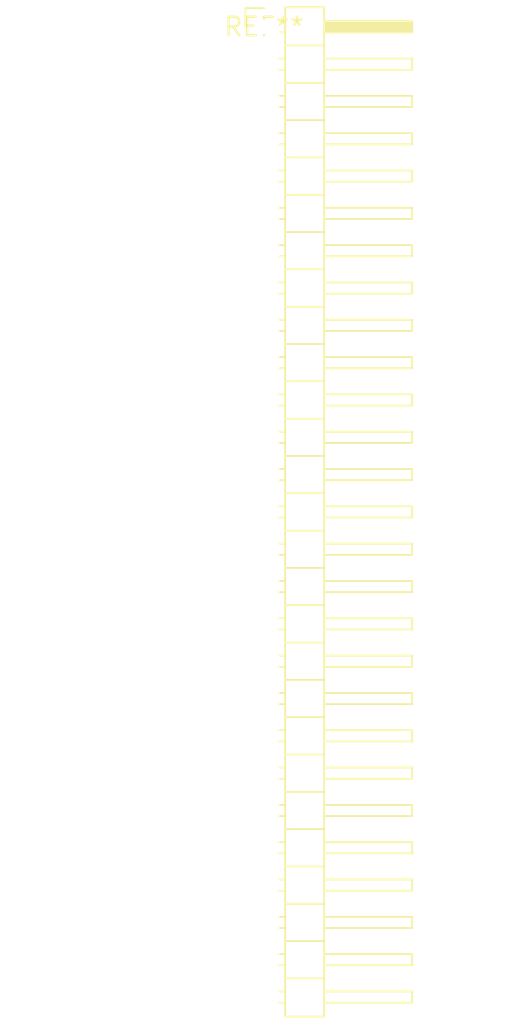
<source format=kicad_pcb>
(kicad_pcb (version 20240108) (generator pcbnew)
  (layers (0 "F.Cu" signal) (31 "B.Cu" signal) (34 "B.Paste" user) (35 "F.Paste" user) (36 "B.SilkS" user "B.Silkscreen") (37 "F.SilkS" user "F.Silkscreen") (38 "B.Mask" user) (39 "F.Mask" user) (44 "Edge.Cuts" user))
  (net 0 "")
  (footprint "PinHeader_1x27_P2.54mm_Horizontal" (layer "F.Cu") (at 0 0)
    (property "Reference" "REF**")
    (property "Value" "PinHeader_1x27_P2.54mm_Horizontal")
    (fp_line (start -1.27 -1.27) (end 0 -1.27) (layer "F.SilkS") (stroke (width 0.12)))
    (fp_line (start -1.27 0) (end -1.27 -1.27) (layer "F.SilkS") (stroke (width 0.12)))
    (fp_line (start 1.042929 2.16) (end 1.44 2.16) (layer "F.SilkS") (stroke (width 0.12)))
    (fp_line (start 1.042929 2.92) (end 1.44 2.92) (layer "F.SilkS") (stroke (width 0.12)))
    (fp_line (start 1.042929 4.7) (end 1.44 4.7) (layer "F.SilkS") (stroke (width 0.12)))
    (fp_line (start 1.042929 5.46) (end 1.44 5.46) (layer "F.SilkS") (stroke (width 0.12)))
    (fp_line (start 1.042929 7.24) (end 1.44 7.24) (layer "F.SilkS") (stroke (width 0.12)))
    (fp_line (start 1.042929 8) (end 1.44 8) (layer "F.SilkS") (stroke (width 0.12)))
    (fp_line (start 1.042929 9.78) (end 1.44 9.78) (layer "F.SilkS") (stroke (width 0.12)))
    (fp_line (start 1.042929 10.54) (end 1.44 10.54) (layer "F.SilkS") (stroke (width 0.12)))
    (fp_line (start 1.042929 12.32) (end 1.44 12.32) (layer "F.SilkS") (stroke (width 0.12)))
    (fp_line (start 1.042929 13.08) (end 1.44 13.08) (layer "F.SilkS") (stroke (width 0.12)))
    (fp_line (start 1.042929 14.86) (end 1.44 14.86) (layer "F.SilkS") (stroke (width 0.12)))
    (fp_line (start 1.042929 15.62) (end 1.44 15.62) (layer "F.SilkS") (stroke (width 0.12)))
    (fp_line (start 1.042929 17.4) (end 1.44 17.4) (layer "F.SilkS") (stroke (width 0.12)))
    (fp_line (start 1.042929 18.16) (end 1.44 18.16) (layer "F.SilkS") (stroke (width 0.12)))
    (fp_line (start 1.042929 19.94) (end 1.44 19.94) (layer "F.SilkS") (stroke (width 0.12)))
    (fp_line (start 1.042929 20.7) (end 1.44 20.7) (layer "F.SilkS") (stroke (width 0.12)))
    (fp_line (start 1.042929 22.48) (end 1.44 22.48) (layer "F.SilkS") (stroke (width 0.12)))
    (fp_line (start 1.042929 23.24) (end 1.44 23.24) (layer "F.SilkS") (stroke (width 0.12)))
    (fp_line (start 1.042929 25.02) (end 1.44 25.02) (layer "F.SilkS") (stroke (width 0.12)))
    (fp_line (start 1.042929 25.78) (end 1.44 25.78) (layer "F.SilkS") (stroke (width 0.12)))
    (fp_line (start 1.042929 27.56) (end 1.44 27.56) (layer "F.SilkS") (stroke (width 0.12)))
    (fp_line (start 1.042929 28.32) (end 1.44 28.32) (layer "F.SilkS") (stroke (width 0.12)))
    (fp_line (start 1.042929 30.1) (end 1.44 30.1) (layer "F.SilkS") (stroke (width 0.12)))
    (fp_line (start 1.042929 30.86) (end 1.44 30.86) (layer "F.SilkS") (stroke (width 0.12)))
    (fp_line (start 1.042929 32.64) (end 1.44 32.64) (layer "F.SilkS") (stroke (width 0.12)))
    (fp_line (start 1.042929 33.4) (end 1.44 33.4) (layer "F.SilkS") (stroke (width 0.12)))
    (fp_line (start 1.042929 35.18) (end 1.44 35.18) (layer "F.SilkS") (stroke (width 0.12)))
    (fp_line (start 1.042929 35.94) (end 1.44 35.94) (layer "F.SilkS") (stroke (width 0.12)))
    (fp_line (start 1.042929 37.72) (end 1.44 37.72) (layer "F.SilkS") (stroke (width 0.12)))
    (fp_line (start 1.042929 38.48) (end 1.44 38.48) (layer "F.SilkS") (stroke (width 0.12)))
    (fp_line (start 1.042929 40.26) (end 1.44 40.26) (layer "F.SilkS") (stroke (width 0.12)))
    (fp_line (start 1.042929 41.02) (end 1.44 41.02) (layer "F.SilkS") (stroke (width 0.12)))
    (fp_line (start 1.042929 42.8) (end 1.44 42.8) (layer "F.SilkS") (stroke (width 0.12)))
    (fp_line (start 1.042929 43.56) (end 1.44 43.56) (layer "F.SilkS") (stroke (width 0.12)))
    (fp_line (start 1.042929 45.34) (end 1.44 45.34) (layer "F.SilkS") (stroke (width 0.12)))
    (fp_line (start 1.042929 46.1) (end 1.44 46.1) (layer "F.SilkS") (stroke (width 0.12)))
    (fp_line (start 1.042929 47.88) (end 1.44 47.88) (layer "F.SilkS") (stroke (width 0.12)))
    (fp_line (start 1.042929 48.64) (end 1.44 48.64) (layer "F.SilkS") (stroke (width 0.12)))
    (fp_line (start 1.042929 50.42) (end 1.44 50.42) (layer "F.SilkS") (stroke (width 0.12)))
    (fp_line (start 1.042929 51.18) (end 1.44 51.18) (layer "F.SilkS") (stroke (width 0.12)))
    (fp_line (start 1.042929 52.96) (end 1.44 52.96) (layer "F.SilkS") (stroke (width 0.12)))
    (fp_line (start 1.042929 53.72) (end 1.44 53.72) (layer "F.SilkS") (stroke (width 0.12)))
    (fp_line (start 1.042929 55.5) (end 1.44 55.5) (layer "F.SilkS") (stroke (width 0.12)))
    (fp_line (start 1.042929 56.26) (end 1.44 56.26) (layer "F.SilkS") (stroke (width 0.12)))
    (fp_line (start 1.042929 58.04) (end 1.44 58.04) (layer "F.SilkS") (stroke (width 0.12)))
    (fp_line (start 1.042929 58.8) (end 1.44 58.8) (layer "F.SilkS") (stroke (width 0.12)))
    (fp_line (start 1.042929 60.58) (end 1.44 60.58) (layer "F.SilkS") (stroke (width 0.12)))
    (fp_line (start 1.042929 61.34) (end 1.44 61.34) (layer "F.SilkS") (stroke (width 0.12)))
    (fp_line (start 1.042929 63.12) (end 1.44 63.12) (layer "F.SilkS") (stroke (width 0.12)))
    (fp_line (start 1.042929 63.88) (end 1.44 63.88) (layer "F.SilkS") (stroke (width 0.12)))
    (fp_line (start 1.042929 65.66) (end 1.44 65.66) (layer "F.SilkS") (stroke (width 0.12)))
    (fp_line (start 1.042929 66.42) (end 1.44 66.42) (layer "F.SilkS") (stroke (width 0.12)))
    (fp_line (start 1.11 -0.38) (end 1.44 -0.38) (layer "F.SilkS") (stroke (width 0.12)))
    (fp_line (start 1.11 0.38) (end 1.44 0.38) (layer "F.SilkS") (stroke (width 0.12)))
    (fp_line (start 1.44 -1.33) (end 1.44 67.37) (layer "F.SilkS") (stroke (width 0.12)))
    (fp_line (start 1.44 1.27) (end 4.1 1.27) (layer "F.SilkS") (stroke (width 0.12)))
    (fp_line (start 1.44 3.81) (end 4.1 3.81) (layer "F.SilkS") (stroke (width 0.12)))
    (fp_line (start 1.44 6.35) (end 4.1 6.35) (layer "F.SilkS") (stroke (width 0.12)))
    (fp_line (start 1.44 8.89) (end 4.1 8.89) (layer "F.SilkS") (stroke (width 0.12)))
    (fp_line (start 1.44 11.43) (end 4.1 11.43) (layer "F.SilkS") (stroke (width 0.12)))
    (fp_line (start 1.44 13.97) (end 4.1 13.97) (layer "F.SilkS") (stroke (width 0.12)))
    (fp_line (start 1.44 16.51) (end 4.1 16.51) (layer "F.SilkS") (stroke (width 0.12)))
    (fp_line (start 1.44 19.05) (end 4.1 19.05) (layer "F.SilkS") (stroke (width 0.12)))
    (fp_line (start 1.44 21.59) (end 4.1 21.59) (layer "F.SilkS") (stroke (width 0.12)))
    (fp_line (start 1.44 24.13) (end 4.1 24.13) (layer "F.SilkS") (stroke (width 0.12)))
    (fp_line (start 1.44 26.67) (end 4.1 26.67) (layer "F.SilkS") (stroke (width 0.12)))
    (fp_line (start 1.44 29.21) (end 4.1 29.21) (layer "F.SilkS") (stroke (width 0.12)))
    (fp_line (start 1.44 31.75) (end 4.1 31.75) (layer "F.SilkS") (stroke (width 0.12)))
    (fp_line (start 1.44 34.29) (end 4.1 34.29) (layer "F.SilkS") (stroke (width 0.12)))
    (fp_line (start 1.44 36.83) (end 4.1 36.83) (layer "F.SilkS") (stroke (width 0.12)))
    (fp_line (start 1.44 39.37) (end 4.1 39.37) (layer "F.SilkS") (stroke (width 0.12)))
    (fp_line (start 1.44 41.91) (end 4.1 41.91) (layer "F.SilkS") (stroke (width 0.12)))
    (fp_line (start 1.44 44.45) (end 4.1 44.45) (layer "F.SilkS") (stroke (width 0.12)))
    (fp_line (start 1.44 46.99) (end 4.1 46.99) (layer "F.SilkS") (stroke (width 0.12)))
    (fp_line (start 1.44 49.53) (end 4.1 49.53) (layer "F.SilkS") (stroke (width 0.12)))
    (fp_line (start 1.44 52.07) (end 4.1 52.07) (layer "F.SilkS") (stroke (width 0.12)))
    (fp_line (start 1.44 54.61) (end 4.1 54.61) (layer "F.SilkS") (stroke (width 0.12)))
    (fp_line (start 1.44 57.15) (end 4.1 57.15) (layer "F.SilkS") (stroke (width 0.12)))
    (fp_line (start 1.44 59.69) (end 4.1 59.69) (layer "F.SilkS") (stroke (width 0.12)))
    (fp_line (start 1.44 62.23) (end 4.1 62.23) (layer "F.SilkS") (stroke (width 0.12)))
    (fp_line (start 1.44 64.77) (end 4.1 64.77) (layer "F.SilkS") (stroke (width 0.12)))
    (fp_line (start 1.44 67.37) (end 4.1 67.37) (layer "F.SilkS") (stroke (width 0.12)))
    (fp_line (start 4.1 -1.33) (end 1.44 -1.33) (layer "F.SilkS") (stroke (width 0.12)))
    (fp_line (start 4.1 -0.38) (end 10.1 -0.38) (layer "F.SilkS") (stroke (width 0.12)))
    (fp_line (start 4.1 -0.32) (end 10.1 -0.32) (layer "F.SilkS") (stroke (width 0.12)))
    (fp_line (start 4.1 -0.2) (end 10.1 -0.2) (layer "F.SilkS") (stroke (width 0.12)))
    (fp_line (start 4.1 -0.08) (end 10.1 -0.08) (layer "F.SilkS") (stroke (width 0.12)))
    (fp_line (start 4.1 0.04) (end 10.1 0.04) (layer "F.SilkS") (stroke (width 0.12)))
    (fp_line (start 4.1 0.16) (end 10.1 0.16) (layer "F.SilkS") (stroke (width 0.12)))
    (fp_line (start 4.1 0.28) (end 10.1 0.28) (layer "F.SilkS") (stroke (width 0.12)))
    (fp_line (start 4.1 2.16) (end 10.1 2.16) (layer "F.SilkS") (stroke (width 0.12)))
    (fp_line (start 4.1 4.7) (end 10.1 4.7) (layer "F.SilkS") (stroke (width 0.12)))
    (fp_line (start 4.1 7.24) (end 10.1 7.24) (layer "F.SilkS") (stroke (width 0.12)))
    (fp_line (start 4.1 9.78) (end 10.1 9.78) (layer "F.SilkS") (stroke (width 0.12)))
    (fp_line (start 4.1 12.32) (end 10.1 12.32) (layer "F.SilkS") (stroke (width 0.12)))
    (fp_line (start 4.1 14.86) (end 10.1 14.86) (layer "F.SilkS") (stroke (width 0.12)))
    (fp_line (start 4.1 17.4) (end 10.1 17.4) (layer "F.SilkS") (stroke (width 0.12)))
    (fp_line (start 4.1 19.94) (end 10.1 19.94) (layer "F.SilkS") (stroke (width 0.12)))
    (fp_line (start 4.1 22.48) (end 10.1 22.48) (layer "F.SilkS") (stroke (width 0.12)))
    (fp_line (start 4.1 25.02) (end 10.1 25.02) (layer "F.SilkS") (stroke (width 0.12)))
    (fp_line (start 4.1 27.56) (end 10.1 27.56) (layer "F.SilkS") (stroke (width 0.12)))
    (fp_line (start 4.1 30.1) (end 10.1 30.1) (layer "F.SilkS") (stroke (width 0.12)))
    (fp_line (start 4.1 32.64) (end 10.1 32.64) (layer "F.SilkS") (stroke (width 0.12)))
    (fp_line (start 4.1 35.18) (end 10.1 35.18) (layer "F.SilkS") (stroke (width 0.12)))
    (fp_line (start 4.1 37.72) (end 10.1 37.72) (layer "F.SilkS") (stroke (width 0.12)))
    (fp_line (start 4.1 40.26) (end 10.1 40.26) (layer "F.SilkS") (stroke (width 0.12)))
    (fp_line (start 4.1 42.8) (end 10.1 42.8) (layer "F.SilkS") (stroke (width 0.12)))
    (fp_line (start 4.1 45.34) (end 10.1 45.34) (layer "F.SilkS") (stroke (width 0.12)))
    (fp_line (start 4.1 47.88) (end 10.1 47.88) (layer "F.SilkS") (stroke (width 0.12)))
    (fp_line (start 4.1 50.42) (end 10.1 50.42) (layer "F.SilkS") (stroke (width 0.12)))
    (fp_line (start 4.1 52.96) (end 10.1 52.96) (layer "F.SilkS") (stroke (width 0.12)))
    (fp_line (start 4.1 55.5) (end 10.1 55.5) (layer "F.SilkS") (stroke (width 0.12)))
    (fp_line (start 4.1 58.04) (end 10.1 58.04) (layer "F.SilkS") (stroke (width 0.12)))
    (fp_line (start 4.1 60.58) (end 10.1 60.58) (layer "F.SilkS") (stroke (width 0.12)))
    (fp_line (start 4.1 63.12) (end 10.1 63.12) (layer "F.SilkS") (stroke (width 0.12)))
    (fp_line (start 4.1 65.66) (end 10.1 65.66) (layer "F.SilkS") (stroke (width 0.12)))
    (fp_line (start 4.1 67.37) (end 4.1 -1.33) (layer "F.SilkS") (stroke (width 0.12)))
    (fp_line (start 10.1 -0.38) (end 10.1 0.38) (layer "F.SilkS") (stroke (width 0.12)))
    (fp_line (start 10.1 0.38) (end 4.1 0.38) (layer "F.SilkS") (stroke (width 0.12)))
    (fp_line (start 10.1 2.16) (end 10.1 2.92) (layer "F.SilkS") (stroke (width 0.12)))
    (fp_line (start 10.1 2.92) (end 4.1 2.92) (layer "F.SilkS") (stroke (width 0.12)))
    (fp_line (start 10.1 4.7) (end 10.1 5.46) (layer "F.SilkS") (stroke (width 0.12)))
    (fp_line (start 10.1 5.46) (end 4.1 5.46) (layer "F.SilkS") (stroke (width 0.12)))
    (fp_line (start 10.1 7.24) (end 10.1 8) (layer "F.SilkS") (stroke (width 0.12)))
    (fp_line (start 10.1 8) (end 4.1 8) (layer "F.SilkS") (stroke (width 0.12)))
    (fp_line (start 10.1 9.78) (end 10.1 10.54) (layer "F.SilkS") (stroke (width 0.12)))
    (fp_line (start 10.1 10.54) (end 4.1 10.54) (layer "F.SilkS") (stroke (width 0.12)))
    (fp_line (start 10.1 12.32) (end 10.1 13.08) (layer "F.SilkS") (stroke (width 0.12)))
    (fp_line (start 10.1 13.08) (end 4.1 13.08) (layer "F.SilkS") (stroke (width 0.12)))
    (fp_line (start 10.1 14.86) (end 10.1 15.62) (layer "F.SilkS") (stroke (width 0.12)))
    (fp_line (start 10.1 15.62) (end 4.1 15.62) (layer "F.SilkS") (stroke (width 0.12)))
    (fp_line (start 10.1 17.4) (end 10.1 18.16) (layer "F.SilkS") (stroke (width 0.12)))
    (fp_line (start 10.1 18.16) (end 4.1 18.16) (layer "F.SilkS") (stroke (width 0.12)))
    (fp_line (start 10.1 19.94) (end 10.1 20.7) (layer "F.SilkS") (stroke (width 0.12)))
    (fp_line (start 10.1 20.7) (end 4.1 20.7) (layer "F.SilkS") (stroke (width 0.12)))
    (fp_line (start 10.1 22.48) (end 10.1 23.24) (layer "F.SilkS") (stroke (width 0.12)))
    (fp_line (start 10.1 23.24) (end 4.1 23.24) (layer "F.SilkS") (stroke (width 0.12)))
    (fp_line (start 10.1 25.02) (end 10.1 25.78) (layer "F.SilkS") (stroke (width 0.12)))
    (fp_line (start 10.1 25.78) (end 4.1 25.78) (layer "F.SilkS") (stroke (width 0.12)))
    (fp_line (start 10.1 27.56) (end 10.1 28.32) (layer "F.SilkS") (stroke (width 0.12)))
    (fp_line (start 10.1 28.32) (end 4.1 28.32) (layer "F.SilkS") (stroke (width 0.12)))
    (fp_line (start 10.1 30.1) (end 10.1 30.86) (layer "F.SilkS") (stroke (width 0.12)))
    (fp_line (start 10.1 30.86) (end 4.1 30.86) (layer "F.SilkS") (stroke (width 0.12)))
    (fp_line (start 10.1 32.64) (end 10.1 33.4) (layer "F.SilkS") (stroke (width 0.12)))
    (fp_line (start 10.1 33.4) (end 4.1 33.4) (layer "F.SilkS") (stroke (width 0.12)))
    (fp_line (start 10.1 35.18) (end 10.1 35.94) (layer "F.SilkS") (stroke (width 0.12)))
    (fp_line (start 10.1 35.94) (end 4.1 35.94) (layer "F.SilkS") (stroke (width 0.12)))
    (fp_line (start 10.1 37.72) (end 10.1 38.48) (layer "F.SilkS") (stroke (width 0.12)))
    (fp_line (start 10.1 38.48) (end 4.1 38.48) (layer "F.SilkS") (stroke (width 0.12)))
    (fp_line (start 10.1 40.26) (end 10.1 41.02) (layer "F.SilkS") (stroke (width 0.12)))
    (fp_line (start 10.1 41.02) (end 4.1 41.02) (layer "F.SilkS") (stroke (width 0.12)))
    (fp_line (start 10.1 42.8) (end 10.1 43.56) (layer "F.SilkS") (stroke (width 0.12)))
    (fp_line (start 10.1 43.56) (end 4.1 43.56) (layer "F.SilkS") (stroke (width 0.12)))
    (fp_line (start 10.1 45.34) (end 10.1 46.1) (layer "F.SilkS") (stroke (width 0.12)))
    (fp_line (start 10.1 46.1) (end 4.1 46.1) (layer "F.SilkS") (stroke (width 0.12)))
    (fp_line (start 10.1 47.88) (end 10.1 48.64) (layer "F.SilkS") (stroke (width 0.12)))
    (fp_line (start 10.1 48.64) (end 4.1 48.64) (layer "F.SilkS") (stroke (width 0.12)))
    (fp_line (start 10.1 50.42) (end 10.1 51.18) (layer "F.SilkS") (stroke (width 0.12)))
    (fp_line (start 10.1 51.18) (end 4.1 51.18) (layer "F.SilkS") (stroke (width 0.12)))
    (fp_line (start 10.1 52.96) (end 10.1 53.72) (layer "F.SilkS") (stroke (width 0.12)))
    (fp_line (start 10.1 53.72) (end 4.1 53.72) (layer "F.SilkS") (stroke (width 0.12)))
    (fp_line (start 10.1 55.5) (end 10.1 56.26) (layer "F.SilkS") (stroke (width 0.12)))
    (fp_line (start 10.1 56.26) (end 4.1 56.26) (layer "F.SilkS") (stroke (width 0.12)))
    (fp_line (start 10.1 58.04) (end 10.1 58.8) (layer "F.SilkS") (stroke (width 0.12)))
    (fp_line (start 10.1 58.8) (end 4.1 58.8) (layer "F.SilkS") (stroke (width 0.12)))
    (fp_line (start 10.1 60.58) (end 10.1 61.34) (layer "F.SilkS") (stroke (width 0.12)))
    (fp_line (start 10.1 61.34) (end 4.1 61.34) (layer "F.SilkS") (stroke (width 0.12)))
    (fp_line (start 10.1 63.12) (end 10.1 63.88) (layer "F.SilkS") (stroke (width 0.12)))
    (fp_line (start 10.1 63.88) (end 4.1 63.88) (layer "F.SilkS") (stroke (width 0.12)))
    (fp_line (start 10.1 65.66) (end 10.1 66.42) (layer "F.SilkS") (stroke (width 0.12)))
    (fp_line (start 10.1 66.42) (end 4.1 66.42) (layer "F.SilkS") (stroke (width 0.12)))
    (pad "1" thru_hole rect (at 0 0) (size 1.7 1.7) (drill 1) (layers *.Cu *.Mask) (remove_unused_layers))
    (pad "2" thru_hole oval (at 0 2.54) (size 1.7 1.7) (drill 1) (layers *.Cu *.Mask) (remove_unused_layers))
    (pad "3" thru_hole oval (at 0 5.08) (size 1.7 1.7) (drill 1) (layers *.Cu *.Mask) (remove_unused_layers))
    (pad "4" thru_hole oval (at 0 7.62) (size 1.7 1.7) (drill 1) (layers *.Cu *.Mask) (remove_unused_layers))
    (pad "5" thru_hole oval (at 0 10.16) (size 1.7 1.7) (drill 1) (layers *.Cu *.Mask) (remove_unused_layers))
    (pad "6" thru_hole oval (at 0 12.7) (size 1.7 1.7) (drill 1) (layers *.Cu *.Mask) (remove_unused_layers))
    (pad "7" thru_hole oval (at 0 15.24) (size 1.7 1.7) (drill 1) (layers *.Cu *.Mask) (remove_unused_layers))
    (pad "8" thru_hole oval (at 0 17.78) (size 1.7 1.7) (drill 1) (layers *.Cu *.Mask) (remove_unused_layers))
    (pad "9" thru_hole oval (at 0 20.32) (size 1.7 1.7) (drill 1) (layers *.Cu *.Mask) (remove_unused_layers))
    (pad "10" thru_hole oval (at 0 22.86) (size 1.7 1.7) (drill 1) (layers *.Cu *.Mask) (remove_unused_layers))
    (pad "11" thru_hole oval (at 0 25.4) (size 1.7 1.7) (drill 1) (layers *.Cu *.Mask) (remove_unused_layers))
    (pad "12" thru_hole oval (at 0 27.94) (size 1.7 1.7) (drill 1) (layers *.Cu *.Mask) (remove_unused_layers))
    (pad "13" thru_hole oval (at 0 30.48) (size 1.7 1.7) (drill 1) (layers *.Cu *.Mask) (remove_unused_layers))
    (pad "14" thru_hole oval (at 0 33.02) (size 1.7 1.7) (drill 1) (layers *.Cu *.Mask) (remove_unused_layers))
    (pad "15" thru_hole oval (at 0 35.56) (size 1.7 1.7) (drill 1) (layers *.Cu *.Mask) (remove_unused_layers))
    (pad "16" thru_hole oval (at 0 38.1) (size 1.7 1.7) (drill 1) (layers *.Cu *.Mask) (remove_unused_layers))
    (pad "17" thru_hole oval (at 0 40.64) (size 1.7 1.7) (drill 1) (layers *.Cu *.Mask) (remove_unused_layers))
    (pad "18" thru_hole oval (at 0 43.18) (size 1.7 1.7) (drill 1) (layers *.Cu *.Mask) (remove_unused_layers))
    (pad "19" thru_hole oval (at 0 45.72) (size 1.7 1.7) (drill 1) (layers *.Cu *.Mask) (remove_unused_layers))
    (pad "20" thru_hole oval (at 0 48.26) (size 1.7 1.7) (drill 1) (layers *.Cu *.Mask) (remove_unused_layers))
    (pad "21" thru_hole oval (at 0 50.8) (size 1.7 1.7) (drill 1) (layers *.Cu *.Mask) (remove_unused_layers))
    (pad "22" thru_hole oval (at 0 53.34) (size 1.7 1.7) (drill 1) (layers *.Cu *.Mask) (remove_unused_layers))
    (pad "23" thru_hole oval (at 0 55.88) (size 1.7 1.7) (drill 1) (layers *.Cu *.Mask) (remove_unused_layers))
    (pad "24" thru_hole oval (at 0 58.42) (size 1.7 1.7) (drill 1) (layers *.Cu *.Mask) (remove_unused_layers))
    (pad "25" thru_hole oval (at 0 60.96) (size 1.7 1.7) (drill 1) (layers *.Cu *.Mask) (remove_unused_layers))
    (pad "26" thru_hole oval (at 0 63.5) (size 1.7 1.7) (drill 1) (layers *.Cu *.Mask) (remove_unused_layers))
    (pad "27" thru_hole oval (at 0 66.04) (size 1.7 1.7) (drill 1) (layers *.Cu *.Mask) (remove_unused_layers))
  )
)
</source>
